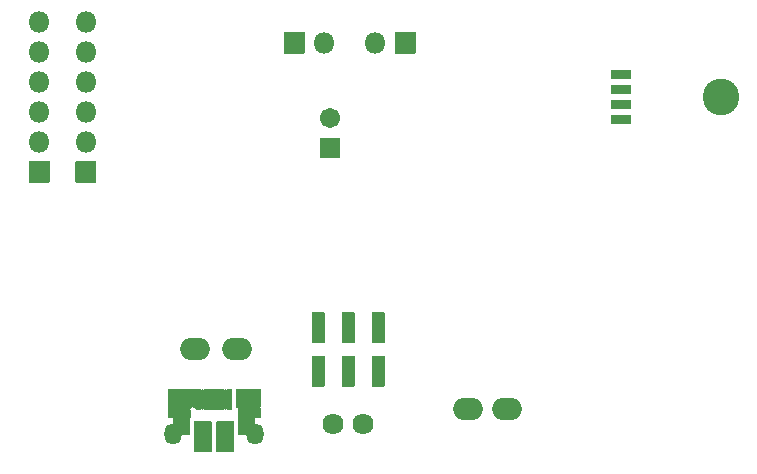
<source format=gts>
G04 #@! TF.GenerationSoftware,KiCad,Pcbnew,(5.1.7)-1*
G04 #@! TF.CreationDate,2021-10-27T14:05:11+02:00*
G04 #@! TF.ProjectId,Power_module_v1,506f7765-725f-46d6-9f64-756c655f7631,rev?*
G04 #@! TF.SameCoordinates,Original*
G04 #@! TF.FileFunction,Soldermask,Top*
G04 #@! TF.FilePolarity,Negative*
%FSLAX46Y46*%
G04 Gerber Fmt 4.6, Leading zero omitted, Abs format (unit mm)*
G04 Created by KiCad (PCBNEW (5.1.7)-1) date 2021-10-27 14:05:11*
%MOMM*%
%LPD*%
G01*
G04 APERTURE LIST*
%ADD10C,3.102000*%
%ADD11C,1.782000*%
%ADD12O,2.502000X1.902000*%
%ADD13O,1.802000X1.802000*%
%ADD14O,1.452000X1.802000*%
%ADD15O,1.202000X1.602000*%
%ADD16C,1.702000*%
%ADD17C,0.150000*%
G04 APERTURE END LIST*
D10*
X154000000Y-78000000D03*
D11*
X121158000Y-105664000D03*
X123698000Y-105664000D03*
G36*
G01*
X119337000Y-102464000D02*
X119337000Y-99964000D01*
G75*
G02*
X119388000Y-99913000I51000J0D01*
G01*
X120388000Y-99913000D01*
G75*
G02*
X120439000Y-99964000I0J-51000D01*
G01*
X120439000Y-102464000D01*
G75*
G02*
X120388000Y-102515000I-51000J0D01*
G01*
X119388000Y-102515000D01*
G75*
G02*
X119337000Y-102464000I0J51000D01*
G01*
G37*
G36*
G01*
X119337000Y-98764000D02*
X119337000Y-96264000D01*
G75*
G02*
X119388000Y-96213000I51000J0D01*
G01*
X120388000Y-96213000D01*
G75*
G02*
X120439000Y-96264000I0J-51000D01*
G01*
X120439000Y-98764000D01*
G75*
G02*
X120388000Y-98815000I-51000J0D01*
G01*
X119388000Y-98815000D01*
G75*
G02*
X119337000Y-98764000I0J51000D01*
G01*
G37*
G36*
G01*
X121877000Y-102464000D02*
X121877000Y-99964000D01*
G75*
G02*
X121928000Y-99913000I51000J0D01*
G01*
X122928000Y-99913000D01*
G75*
G02*
X122979000Y-99964000I0J-51000D01*
G01*
X122979000Y-102464000D01*
G75*
G02*
X122928000Y-102515000I-51000J0D01*
G01*
X121928000Y-102515000D01*
G75*
G02*
X121877000Y-102464000I0J51000D01*
G01*
G37*
G36*
G01*
X121877000Y-98764000D02*
X121877000Y-96264000D01*
G75*
G02*
X121928000Y-96213000I51000J0D01*
G01*
X122928000Y-96213000D01*
G75*
G02*
X122979000Y-96264000I0J-51000D01*
G01*
X122979000Y-98764000D01*
G75*
G02*
X122928000Y-98815000I-51000J0D01*
G01*
X121928000Y-98815000D01*
G75*
G02*
X121877000Y-98764000I0J51000D01*
G01*
G37*
G36*
G01*
X124417000Y-102464000D02*
X124417000Y-99964000D01*
G75*
G02*
X124468000Y-99913000I51000J0D01*
G01*
X125468000Y-99913000D01*
G75*
G02*
X125519000Y-99964000I0J-51000D01*
G01*
X125519000Y-102464000D01*
G75*
G02*
X125468000Y-102515000I-51000J0D01*
G01*
X124468000Y-102515000D01*
G75*
G02*
X124417000Y-102464000I0J51000D01*
G01*
G37*
G36*
G01*
X124417000Y-98764000D02*
X124417000Y-96264000D01*
G75*
G02*
X124468000Y-96213000I51000J0D01*
G01*
X125468000Y-96213000D01*
G75*
G02*
X125519000Y-96264000I0J-51000D01*
G01*
X125519000Y-98764000D01*
G75*
G02*
X125468000Y-98815000I-51000J0D01*
G01*
X124468000Y-98815000D01*
G75*
G02*
X124417000Y-98764000I0J51000D01*
G01*
G37*
D12*
X132588000Y-104394000D03*
X135890000Y-104394000D03*
X113030000Y-99314000D03*
X109474000Y-99314000D03*
G36*
G01*
X144665000Y-76423001D02*
X144665000Y-75722999D01*
G75*
G02*
X144715999Y-75672000I50999J0D01*
G01*
X146316001Y-75672000D01*
G75*
G02*
X146367000Y-75722999I0J-50999D01*
G01*
X146367000Y-76423001D01*
G75*
G02*
X146316001Y-76474000I-50999J0D01*
G01*
X144715999Y-76474000D01*
G75*
G02*
X144665000Y-76423001I0J50999D01*
G01*
G37*
G36*
G01*
X144665000Y-77693001D02*
X144665000Y-76992999D01*
G75*
G02*
X144715999Y-76942000I50999J0D01*
G01*
X146316001Y-76942000D01*
G75*
G02*
X146367000Y-76992999I0J-50999D01*
G01*
X146367000Y-77693001D01*
G75*
G02*
X146316001Y-77744000I-50999J0D01*
G01*
X144715999Y-77744000D01*
G75*
G02*
X144665000Y-77693001I0J50999D01*
G01*
G37*
G36*
G01*
X144665000Y-78963001D02*
X144665000Y-78262999D01*
G75*
G02*
X144715999Y-78212000I50999J0D01*
G01*
X146316001Y-78212000D01*
G75*
G02*
X146367000Y-78262999I0J-50999D01*
G01*
X146367000Y-78963001D01*
G75*
G02*
X146316001Y-79014000I-50999J0D01*
G01*
X144715999Y-79014000D01*
G75*
G02*
X144665000Y-78963001I0J50999D01*
G01*
G37*
G36*
G01*
X144665000Y-80233001D02*
X144665000Y-79532999D01*
G75*
G02*
X144715999Y-79482000I50999J0D01*
G01*
X146316001Y-79482000D01*
G75*
G02*
X146367000Y-79532999I0J-50999D01*
G01*
X146367000Y-80233001D01*
G75*
G02*
X146316001Y-80284000I-50999J0D01*
G01*
X144715999Y-80284000D01*
G75*
G02*
X144665000Y-80233001I0J50999D01*
G01*
G37*
G36*
G01*
X126404000Y-72505000D02*
X128104000Y-72505000D01*
G75*
G02*
X128155000Y-72556000I0J-51000D01*
G01*
X128155000Y-74256000D01*
G75*
G02*
X128104000Y-74307000I-51000J0D01*
G01*
X126404000Y-74307000D01*
G75*
G02*
X126353000Y-74256000I0J51000D01*
G01*
X126353000Y-72556000D01*
G75*
G02*
X126404000Y-72505000I51000J0D01*
G01*
G37*
D13*
X124714000Y-73406000D03*
G36*
G01*
X110809000Y-108047740D02*
X109379000Y-108047740D01*
G75*
G02*
X109328000Y-107996740I0J51000D01*
G01*
X109328000Y-105496740D01*
G75*
G02*
X109379000Y-105445740I51000J0D01*
G01*
X110809000Y-105445740D01*
G75*
G02*
X110860000Y-105496740I0J-51000D01*
G01*
X110860000Y-107996740D01*
G75*
G02*
X110809000Y-108047740I-51000J0D01*
G01*
G37*
G36*
G01*
X107153000Y-104246740D02*
X107153000Y-102746740D01*
G75*
G02*
X107204000Y-102695740I51000J0D01*
G01*
X109204000Y-102695740D01*
G75*
G02*
X109255000Y-102746740I0J-51000D01*
G01*
X109255000Y-104246740D01*
G75*
G02*
X109204000Y-104297740I-51000J0D01*
G01*
X107204000Y-104297740D01*
G75*
G02*
X107153000Y-104246740I0J51000D01*
G01*
G37*
G36*
G01*
X113078000Y-106546740D02*
X113078000Y-104546740D01*
G75*
G02*
X113129000Y-104495740I51000J0D01*
G01*
X114479000Y-104495740D01*
G75*
G02*
X114530000Y-104546740I0J-51000D01*
G01*
X114530000Y-106546740D01*
G75*
G02*
X114479000Y-106597740I-51000J0D01*
G01*
X113129000Y-106597740D01*
G75*
G02*
X113078000Y-106546740I0J51000D01*
G01*
G37*
G36*
G01*
X107598000Y-106546740D02*
X107598000Y-104546740D01*
G75*
G02*
X107649000Y-104495740I51000J0D01*
G01*
X108999000Y-104495740D01*
G75*
G02*
X109050000Y-104546740I0J-51000D01*
G01*
X109050000Y-106546740D01*
G75*
G02*
X108999000Y-106597740I-51000J0D01*
G01*
X107649000Y-106597740D01*
G75*
G02*
X107598000Y-106546740I0J51000D01*
G01*
G37*
G36*
G01*
X111254000Y-104472740D02*
X110854000Y-104472740D01*
G75*
G02*
X110803000Y-104421740I0J51000D01*
G01*
X110803000Y-102771740D01*
G75*
G02*
X110854000Y-102720740I51000J0D01*
G01*
X111254000Y-102720740D01*
G75*
G02*
X111305000Y-102771740I0J-51000D01*
G01*
X111305000Y-104421740D01*
G75*
G02*
X111254000Y-104472740I-51000J0D01*
G01*
G37*
D14*
X114554000Y-106476740D03*
D15*
X108634000Y-103476740D03*
X113474000Y-103476740D03*
G36*
G01*
X112554000Y-104472740D02*
X112154000Y-104472740D01*
G75*
G02*
X112103000Y-104421740I0J51000D01*
G01*
X112103000Y-102771740D01*
G75*
G02*
X112154000Y-102720740I51000J0D01*
G01*
X112554000Y-102720740D01*
G75*
G02*
X112605000Y-102771740I0J-51000D01*
G01*
X112605000Y-104421740D01*
G75*
G02*
X112554000Y-104472740I-51000J0D01*
G01*
G37*
G36*
G01*
X111904000Y-104472740D02*
X111504000Y-104472740D01*
G75*
G02*
X111453000Y-104421740I0J51000D01*
G01*
X111453000Y-102771740D01*
G75*
G02*
X111504000Y-102720740I51000J0D01*
G01*
X111904000Y-102720740D01*
G75*
G02*
X111955000Y-102771740I0J-51000D01*
G01*
X111955000Y-104421740D01*
G75*
G02*
X111904000Y-104472740I-51000J0D01*
G01*
G37*
G36*
G01*
X113090500Y-105146741D02*
X113090500Y-104446739D01*
G75*
G02*
X113141499Y-104395740I50999J0D01*
G01*
X114966501Y-104395740D01*
G75*
G02*
X115017500Y-104446739I0J-50999D01*
G01*
X115017500Y-105146741D01*
G75*
G02*
X114966501Y-105197740I-50999J0D01*
G01*
X113141499Y-105197740D01*
G75*
G02*
X113090500Y-105146741I0J50999D01*
G01*
G37*
G36*
G01*
X109954000Y-104472740D02*
X109554000Y-104472740D01*
G75*
G02*
X109503000Y-104421740I0J51000D01*
G01*
X109503000Y-102771740D01*
G75*
G02*
X109554000Y-102720740I51000J0D01*
G01*
X109954000Y-102720740D01*
G75*
G02*
X110005000Y-102771740I0J-51000D01*
G01*
X110005000Y-104421740D01*
G75*
G02*
X109954000Y-104472740I-51000J0D01*
G01*
G37*
G36*
G01*
X112903000Y-104226740D02*
X112903000Y-102726740D01*
G75*
G02*
X112954000Y-102675740I51000J0D01*
G01*
X114954000Y-102675740D01*
G75*
G02*
X115005000Y-102726740I0J-51000D01*
G01*
X115005000Y-104226740D01*
G75*
G02*
X114954000Y-104277740I-51000J0D01*
G01*
X112954000Y-104277740D01*
G75*
G02*
X112903000Y-104226740I0J51000D01*
G01*
G37*
G36*
G01*
X107140500Y-105146741D02*
X107140500Y-104446739D01*
G75*
G02*
X107191499Y-104395740I50999J0D01*
G01*
X109016501Y-104395740D01*
G75*
G02*
X109067500Y-104446739I0J-50999D01*
G01*
X109067500Y-105146741D01*
G75*
G02*
X109016501Y-105197740I-50999J0D01*
G01*
X107191499Y-105197740D01*
G75*
G02*
X107140500Y-105146741I0J50999D01*
G01*
G37*
G36*
G01*
X110604000Y-104472740D02*
X110204000Y-104472740D01*
G75*
G02*
X110153000Y-104421740I0J51000D01*
G01*
X110153000Y-102771740D01*
G75*
G02*
X110204000Y-102720740I51000J0D01*
G01*
X110604000Y-102720740D01*
G75*
G02*
X110655000Y-102771740I0J-51000D01*
G01*
X110655000Y-104421740D01*
G75*
G02*
X110604000Y-104472740I-51000J0D01*
G01*
G37*
D14*
X107554000Y-106476740D03*
G36*
G01*
X112729000Y-108047740D02*
X111299000Y-108047740D01*
G75*
G02*
X111248000Y-107996740I0J51000D01*
G01*
X111248000Y-105496740D01*
G75*
G02*
X111299000Y-105445740I51000J0D01*
G01*
X112729000Y-105445740D01*
G75*
G02*
X112780000Y-105496740I0J-51000D01*
G01*
X112780000Y-107996740D01*
G75*
G02*
X112729000Y-108047740I-51000J0D01*
G01*
G37*
D13*
X120396000Y-73406000D03*
G36*
G01*
X118706000Y-74307000D02*
X117006000Y-74307000D01*
G75*
G02*
X116955000Y-74256000I0J51000D01*
G01*
X116955000Y-72556000D01*
G75*
G02*
X117006000Y-72505000I51000J0D01*
G01*
X118706000Y-72505000D01*
G75*
G02*
X118757000Y-72556000I0J-51000D01*
G01*
X118757000Y-74256000D01*
G75*
G02*
X118706000Y-74307000I-51000J0D01*
G01*
G37*
G36*
G01*
X97167000Y-83478000D02*
X97167000Y-85178000D01*
G75*
G02*
X97116000Y-85229000I-51000J0D01*
G01*
X95416000Y-85229000D01*
G75*
G02*
X95365000Y-85178000I0J51000D01*
G01*
X95365000Y-83478000D01*
G75*
G02*
X95416000Y-83427000I51000J0D01*
G01*
X97116000Y-83427000D01*
G75*
G02*
X97167000Y-83478000I0J-51000D01*
G01*
G37*
X96266000Y-81788000D03*
X96266000Y-79248000D03*
X96266000Y-76708000D03*
X96266000Y-74168000D03*
X96266000Y-71628000D03*
X100203000Y-71628000D03*
X100203000Y-74168000D03*
X100203000Y-76708000D03*
X100203000Y-79248000D03*
X100203000Y-81788000D03*
G36*
G01*
X101104000Y-83478000D02*
X101104000Y-85178000D01*
G75*
G02*
X101053000Y-85229000I-51000J0D01*
G01*
X99353000Y-85229000D01*
G75*
G02*
X99302000Y-85178000I0J51000D01*
G01*
X99302000Y-83478000D01*
G75*
G02*
X99353000Y-83427000I51000J0D01*
G01*
X101053000Y-83427000D01*
G75*
G02*
X101104000Y-83478000I0J-51000D01*
G01*
G37*
G36*
G01*
X121704000Y-83147000D02*
X120104000Y-83147000D01*
G75*
G02*
X120053000Y-83096000I0J51000D01*
G01*
X120053000Y-81496000D01*
G75*
G02*
X120104000Y-81445000I51000J0D01*
G01*
X121704000Y-81445000D01*
G75*
G02*
X121755000Y-81496000I0J-51000D01*
G01*
X121755000Y-83096000D01*
G75*
G02*
X121704000Y-83147000I-51000J0D01*
G01*
G37*
D16*
X120904000Y-79796000D03*
D17*
G36*
X115006990Y-104270545D02*
G01*
X115009372Y-104294732D01*
X115016372Y-104317807D01*
X115019264Y-104323218D01*
X115019500Y-104324161D01*
X115019500Y-104395740D01*
X115018500Y-104397472D01*
X115017500Y-104397740D01*
X113092500Y-104397740D01*
X113092500Y-104495740D01*
X113091500Y-104497472D01*
X113090500Y-104497740D01*
X113078000Y-104497740D01*
X113076268Y-104496740D01*
X113076000Y-104495740D01*
X113076000Y-104402833D01*
X113073628Y-104378748D01*
X113066628Y-104355673D01*
X113055263Y-104334409D01*
X113039968Y-104315772D01*
X113021331Y-104300477D01*
X113000067Y-104289112D01*
X112976992Y-104282112D01*
X112952805Y-104279730D01*
X112951179Y-104278565D01*
X112951375Y-104276575D01*
X112953001Y-104275740D01*
X115003000Y-104275740D01*
X115003000Y-104270741D01*
X115004000Y-104269009D01*
X115006000Y-104269009D01*
X115006990Y-104270545D01*
G37*
G36*
X112104732Y-102719740D02*
G01*
X112105000Y-102720740D01*
X112105000Y-104472740D01*
X112104000Y-104474472D01*
X112103000Y-104474740D01*
X111955000Y-104474740D01*
X111953268Y-104473740D01*
X111953000Y-104472740D01*
X111953000Y-102720740D01*
X111954000Y-102719008D01*
X111955000Y-102718740D01*
X112103000Y-102718740D01*
X112104732Y-102719740D01*
G37*
G36*
X110154732Y-102719740D02*
G01*
X110155000Y-102720740D01*
X110155000Y-104472740D01*
X110154000Y-104474472D01*
X110153000Y-104474740D01*
X110005000Y-104474740D01*
X110003268Y-104473740D01*
X110003000Y-104472740D01*
X110003000Y-102720740D01*
X110004000Y-102719008D01*
X110005000Y-102718740D01*
X110153000Y-102718740D01*
X110154732Y-102719740D01*
G37*
G36*
X110804732Y-102719740D02*
G01*
X110805000Y-102720740D01*
X110805000Y-104472740D01*
X110804000Y-104474472D01*
X110803000Y-104474740D01*
X110655000Y-104474740D01*
X110653268Y-104473740D01*
X110653000Y-104472740D01*
X110653000Y-102720740D01*
X110654000Y-102719008D01*
X110655000Y-102718740D01*
X110803000Y-102718740D01*
X110804732Y-102719740D01*
G37*
G36*
X111454732Y-102719740D02*
G01*
X111455000Y-102720740D01*
X111455000Y-104472740D01*
X111454000Y-104474472D01*
X111453000Y-104474740D01*
X111305000Y-104474740D01*
X111303268Y-104473740D01*
X111303000Y-104472740D01*
X111303000Y-102720740D01*
X111304000Y-102719008D01*
X111305000Y-102718740D01*
X111453000Y-102718740D01*
X111454732Y-102719740D01*
G37*
G36*
X107154165Y-104269115D02*
G01*
X107155000Y-104270741D01*
X107155000Y-104295740D01*
X109192499Y-104295740D01*
X109194231Y-104296740D01*
X109194231Y-104298740D01*
X109192695Y-104299730D01*
X109168508Y-104302112D01*
X109145433Y-104309112D01*
X109124169Y-104320477D01*
X109105532Y-104335772D01*
X109090237Y-104354409D01*
X109078872Y-104375673D01*
X109071872Y-104398748D01*
X109069490Y-104422935D01*
X109068325Y-104424561D01*
X109066335Y-104424365D01*
X109065500Y-104422739D01*
X109065500Y-104397740D01*
X107140500Y-104397740D01*
X107138768Y-104396740D01*
X107138500Y-104395740D01*
X107138500Y-104324161D01*
X107138736Y-104323218D01*
X107141628Y-104317807D01*
X107148628Y-104294732D01*
X107151010Y-104270545D01*
X107152175Y-104268919D01*
X107154165Y-104269115D01*
G37*
G36*
X109307028Y-102694194D02*
G01*
X109311669Y-102698003D01*
X109332933Y-102709368D01*
X109356008Y-102716368D01*
X109380093Y-102718740D01*
X109503000Y-102718740D01*
X109504732Y-102719740D01*
X109505000Y-102720740D01*
X109505000Y-104422739D01*
X109504000Y-104424471D01*
X109502000Y-104424471D01*
X109501010Y-104422935D01*
X109498628Y-104398748D01*
X109491628Y-104375673D01*
X109480263Y-104354409D01*
X109464968Y-104335772D01*
X109446331Y-104320477D01*
X109425067Y-104309112D01*
X109401992Y-104302112D01*
X109377907Y-104299740D01*
X109255000Y-104299740D01*
X109253268Y-104298740D01*
X109253000Y-104297740D01*
X109253000Y-102695740D01*
X109254000Y-102694008D01*
X109255000Y-102693740D01*
X109305759Y-102693740D01*
X109307028Y-102694194D01*
G37*
M02*

</source>
